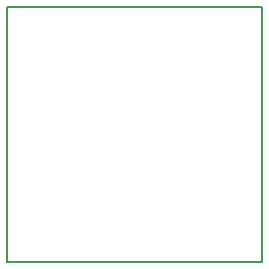
<source format=gbr>
G04 #@! TF.GenerationSoftware,KiCad,Pcbnew,(5.0.0)*
G04 #@! TF.CreationDate,2018-10-21T00:31:13-03:00*
G04 #@! TF.ProjectId,picdev8pin,7069636465763870696E2E6B69636164,rev?*
G04 #@! TF.SameCoordinates,Original*
G04 #@! TF.FileFunction,Profile,NP*
%FSLAX46Y46*%
G04 Gerber Fmt 4.6, Leading zero omitted, Abs format (unit mm)*
G04 Created by KiCad (PCBNEW (5.0.0)) date 10/21/18 00:31:13*
%MOMM*%
%LPD*%
G01*
G04 APERTURE LIST*
%ADD10C,0.150000*%
G04 APERTURE END LIST*
D10*
X90170000Y-54610000D02*
X90170000Y-33020000D01*
X111760000Y-54610000D02*
X90170000Y-54610000D01*
X111760000Y-33020000D02*
X111760000Y-54610000D01*
X90170000Y-33020000D02*
X111760000Y-33020000D01*
M02*

</source>
